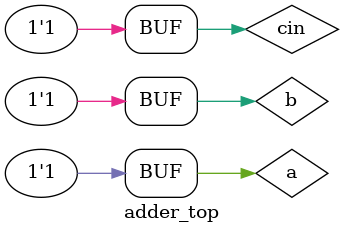
<source format=v>
module half_adder (s,c,a,b);

output s,c;
input a,b;

assign s = a ^ b;	//bit wise xor operation
assign c = a & b;	//bit wise and operation

endmodule

module full_adder (sum,carry,a,b,cin);

output sum,carry;
input a,b,cin;

wire w1,w2,w3;

half_adder ha1(w1,w2,a,b);
half_adder ha2(sum,w3,w1,cin);
or or1(carry,w2,w3);

endmodule  

module adder_top ();

wire sum,carry;
reg a,b,cin;

full_adder f1 (sum,carry,a,b,cin);

initial
begin
	a=0;b=0;cin=0;
	repeat (7) #5 {a,b,cin} = {a,b,cin} +1;

end

initial begin
	$dumpfile ("adder_out.vcd");
	$dumpvars(0,adder_top);
end
endmodule 
</source>
